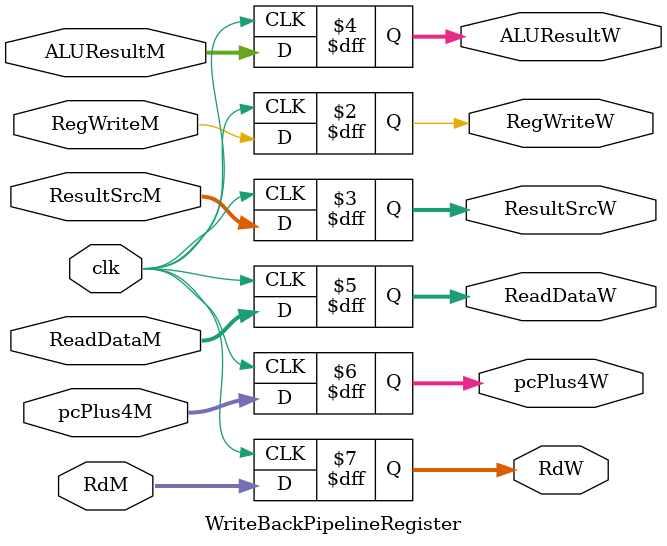
<source format=v>
module WriteBackPipelineRegister
(
  input clk, RegWriteM,
  input [1:0] ResultSrcM,
  input [7:0] ReadDataM, ALUResultM, pcPlus4M,
  input [2:0] RdM,
  output reg RegWriteW,
  output reg [1:0] ResultSrcW,
  output reg [7:0] ALUResultW, ReadDataW, pcPlus4W,
  output reg [2:0] RdW
);
  
  always@(posedge clk)
    begin
      RegWriteW <= RegWriteM;
      ResultSrcW <= ResultSrcM;
      ALUResultW <= ALUResultM;
      ReadDataW <= ReadDataM;
      pcPlus4W <= pcPlus4M;
      RdW <= RdM;
    end
endmodule
</source>
